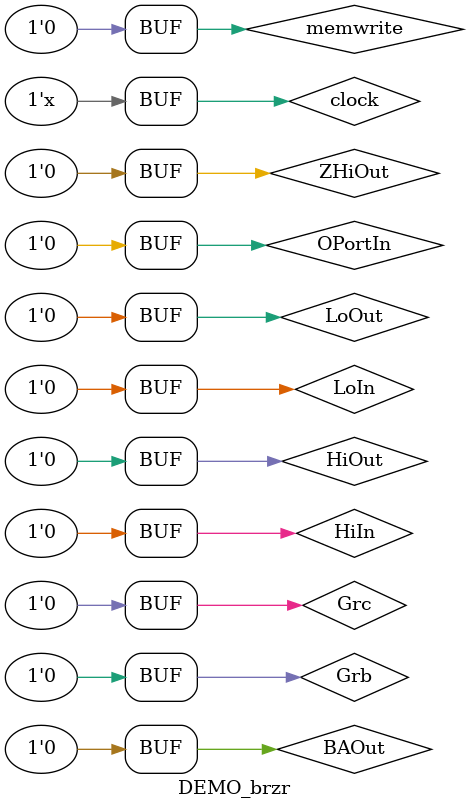
<source format=v>
`timescale 1ns/10ps
module DEMO_brzr();

reg clock, clear;
reg [3:0] present_state;

reg HiIn, LoIn, ZIn, PCIn, MDRIn, MARIn, YIn, OPortIn, IRIn;
initial {HiIn, LoIn, ZIn, PCIn, MDRIn, MARIn, YIn, OPortIn, IRIn} = 0;
reg HiOut, LoOut, ZHiOut, ZLoOut, PCOut, MDROut, IPortOut, COut;
initial {HiOut, LoOut, ZHiOut, ZLoOut, PCOut, MDROut, IPortOut, COut} = 0;

reg [31:0] IPortInput = 0;

reg Gra, Grb, Grc, RIn, ROut, BAOut;
initial {Gra, Grb, Grc, RIn, ROut, BAOut} = 0;

reg Conin = 0;
wire ConOut;

reg memread = 0, memwrite = 0;
reg [4:0] ALUCode = 0;
reg initMem = 0;

DataPath dp(
	clock, clear, 
	HiIn, LoIn, ZIn, PCIn, MDRIn, MARIn, YIn, OPortIn, IRIn,
	HiOut, LoOut, ZHiOut, ZLoOut, PCOut, MDROut, IPortOut, COut,
	IPortInput,
	Gra, Grb, Grc, RIn, ROut, BAOut,
	Conin, ConOut,
	memread, memwrite, 
	ALUCode,
	initMem
);


//states and clock control:
parameter init1 = 4'd1, init2 = 4'd2, init3 = 4'd3, T0 = 4'd4, T1 = 4'd5, T2 = 4'd6, T3 = 4'd7, T4 = 4'd8, T5 = 4'd9, T6 = 4'd10, T7 = 4'd11;//can add more states here
initial begin clock = 0; present_state = 4'd0; end
always #10 clock = ~clock;
always @ (negedge clock) present_state = present_state + 1;



always @(present_state) begin
	case(present_state)
		init1: begin //Preload Register with value
			initMem = 1;
			IPortInput = 32'bxxxxx_0001_xxxx_0000000000000001111;//32'bxxxxx_register_xxxx_value
			IPortOut = 1;
			IRIn = 1;
			#15 IRIn = 0; IPortOut = 0; initMem = 0;
		end
		init2: begin
			Gra = 1;
			RIn = 1;
			COut = 1;
			#15 Gra = 0; RIn = 0; COut = 0;
		end
		init3: begin
			PCIn = 1;
			IPortInput = 32'd341;//preload PC with instruction memory location
			IPortOut = 1;
			#15 PCIn = 0; IPortOut = 0;
		end
		T0: begin
			PCOut = 1; MARIn = 1; ALUCode = 5'b11111; ZIn = 1;
			#15 PCOut = 0; MARIn = 0; ALUCode = 5'b0; ZIn = 0;
		end
		T1: begin
			ZLoOut = 1; PCIn = 1; memread = 1; MDRIn = 1;
			#15 ZLoOut = 0; PCIn = 0; memread = 0; MDRIn = 0;
		end
		T2: begin
			MDROut = 1; IRIn = 1;
			#15 MDROut = 0; IRIn = 0;
		end
		T3: begin
			Gra = 1; ROut = 1; Conin = 1;
			#15 Gra = 0; ROut = 0; Conin = 0;
		end
		T4: begin
			PCOut = 1; YIn = 1;
			#15 PCOut = 0; YIn = 0;
		end
		T5: begin
			COut = 1; ZIn = 1; ALUCode = 5'b00011;
			#15 COut = 0; ZIn = 0;
		end
		T6: begin
			if(ConOut == 1) begin
				ZLoOut = 1; PCIn = 1;
			end
			#13 ZLoOut = 0; PCIn = 0;
		end
		T7: begin

		end
	endcase
end
endmodule 
</source>
